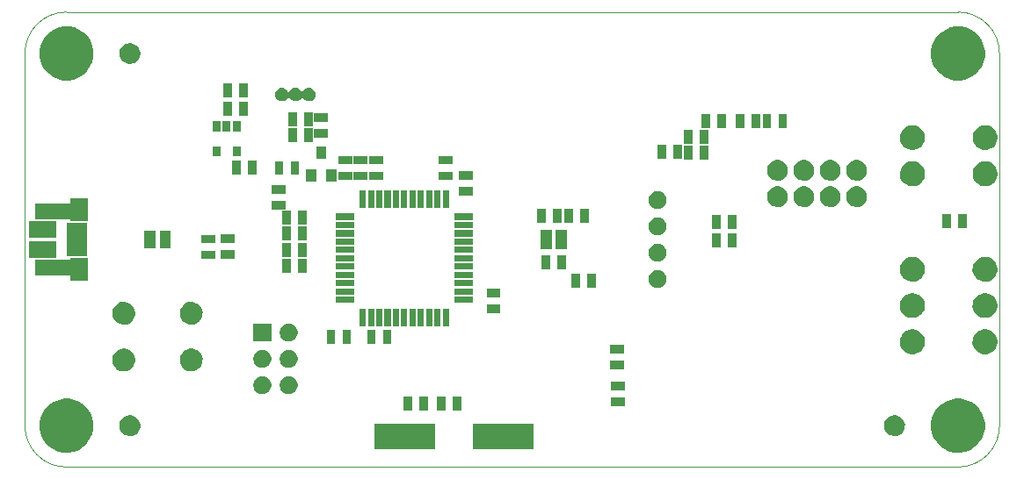
<source format=gts>
G04 #@! TF.FileFunction,Soldermask,Top*
%FSLAX46Y46*%
G04 Gerber Fmt 4.6, Leading zero omitted, Abs format (unit mm)*
G04 Created by KiCad (PCBNEW (2015-01-16 BZR 5376)-product) date 23/06/2015 13:59:23*
%MOMM*%
G01*
G04 APERTURE LIST*
%ADD10C,0.150000*%
%ADD11C,0.100000*%
G04 APERTURE END LIST*
D10*
D11*
X79767400Y39916100D02*
X-6110000Y39916100D01*
X83767900Y35915600D02*
G75*
G03X79767400Y39916100I-4000500J0D01*
G01*
X83767900Y0D02*
X83767900Y35915600D01*
X79767400Y-4000500D02*
G75*
G03X83767900Y0I0J4000500D01*
G01*
X-6110000Y-4000500D02*
X79767400Y-4000500D01*
X-10110500Y0D02*
G75*
G03X-6110000Y-4000500I4000500J0D01*
G01*
X-10110500Y35915600D02*
X-10110500Y0D01*
X-6110000Y39916100D02*
G75*
G03X-10110500Y35915600I0J-4000500D01*
G01*
D10*
G36*
X-7053962Y18105278D02*
X-9753962Y18105278D01*
X-9753962Y19730278D01*
X-7053962Y19730278D01*
X-7053962Y18105278D01*
X-7053962Y18105278D01*
G37*
G36*
X-7053962Y16180278D02*
X-9753962Y16180278D01*
X-9753962Y17805278D01*
X-7053962Y17805278D01*
X-7053962Y16180278D01*
X-7053962Y16180278D01*
G37*
G36*
X-4103962Y16355278D02*
X-6053962Y16355278D01*
X-6053962Y16955278D01*
X-6053962Y17005278D01*
X-6053962Y17605278D01*
X-6053962Y17655278D01*
X-6053962Y18255278D01*
X-6053962Y18305278D01*
X-6053962Y18905278D01*
X-6053962Y18955278D01*
X-6053962Y19555278D01*
X-4103962Y19555278D01*
X-4103962Y18955278D01*
X-4103962Y18905278D01*
X-4103962Y18305278D01*
X-4103962Y18255278D01*
X-4103962Y17655278D01*
X-4103962Y17605278D01*
X-4103962Y17005278D01*
X-4103962Y16955278D01*
X-4103962Y16355278D01*
X-4103962Y16355278D01*
G37*
G36*
X-4043962Y19755278D02*
X-5703962Y19755278D01*
X-5703962Y19880278D01*
X-5707903Y19899735D01*
X-5719106Y19916125D01*
X-5735803Y19926864D01*
X-5753962Y19930278D01*
X-9103962Y19930278D01*
X-9103962Y21430278D01*
X-5753962Y21430278D01*
X-5734505Y21434219D01*
X-5718115Y21445422D01*
X-5707376Y21462119D01*
X-5703962Y21480278D01*
X-5703962Y21955278D01*
X-4043962Y21955278D01*
X-4043962Y19755278D01*
X-4043962Y19755278D01*
G37*
G36*
X-4043962Y13955278D02*
X-5703962Y13955278D01*
X-5703962Y14430278D01*
X-5707903Y14449735D01*
X-5719106Y14466125D01*
X-5735803Y14476864D01*
X-5753962Y14480278D01*
X-9103962Y14480278D01*
X-9103962Y15980278D01*
X-5753962Y15980278D01*
X-5734505Y15984219D01*
X-5718115Y15995422D01*
X-5707376Y16012119D01*
X-5703962Y16030278D01*
X-5703962Y16155278D01*
X-4043962Y16155278D01*
X-4043962Y13955278D01*
X-4043962Y13955278D01*
G37*
G36*
X-3509889Y36170543D02*
X-3518021Y35588157D01*
X-3518097Y35587824D01*
X-3518097Y35587811D01*
X-3630982Y35090943D01*
X-3838373Y34625137D01*
X-4132287Y34208486D01*
X-4501537Y33856855D01*
X-4932044Y33583647D01*
X-5407425Y33399258D01*
X-5909563Y33310718D01*
X-6419338Y33321396D01*
X-6917336Y33430888D01*
X-7384573Y33635019D01*
X-7803266Y33926018D01*
X-8157465Y34292802D01*
X-8433672Y34721392D01*
X-8621375Y35195473D01*
X-8713420Y35696988D01*
X-8706300Y36206823D01*
X-8600290Y36705564D01*
X-8399423Y37174221D01*
X-8111354Y37594935D01*
X-7747052Y37951686D01*
X-7320399Y38230880D01*
X-6847640Y38421887D01*
X-6346788Y38517430D01*
X-5836911Y38513870D01*
X-5337437Y38411342D01*
X-4867394Y38213755D01*
X-4444678Y37928630D01*
X-4085393Y37566827D01*
X-3803226Y37142132D01*
X-3608925Y36670721D01*
X-3509955Y36170887D01*
X-3509956Y36170878D01*
X-3509889Y36170543D01*
X-3509889Y36170543D01*
G37*
G36*
X-3509889Y254943D02*
X-3518021Y-327443D01*
X-3518097Y-327776D01*
X-3518097Y-327789D01*
X-3630982Y-824657D01*
X-3838373Y-1290463D01*
X-4132287Y-1707114D01*
X-4501537Y-2058745D01*
X-4932044Y-2331953D01*
X-5407425Y-2516342D01*
X-5909563Y-2604882D01*
X-6419338Y-2594204D01*
X-6917336Y-2484712D01*
X-7384573Y-2280581D01*
X-7803266Y-1989582D01*
X-8157465Y-1622798D01*
X-8433672Y-1194208D01*
X-8621375Y-720127D01*
X-8713420Y-218612D01*
X-8706300Y291223D01*
X-8600290Y789964D01*
X-8399423Y1258621D01*
X-8111354Y1679335D01*
X-7747052Y2036086D01*
X-7320399Y2315280D01*
X-6847640Y2506287D01*
X-6346788Y2601830D01*
X-5836911Y2598270D01*
X-5337437Y2495742D01*
X-4867394Y2298155D01*
X-4444678Y2013030D01*
X-4085393Y1651227D01*
X-3803226Y1226532D01*
X-3608925Y755121D01*
X-3509955Y255287D01*
X-3509956Y255278D01*
X-3509889Y254943D01*
X-3509889Y254943D01*
G37*
G36*
X506773Y10956859D02*
X503332Y10710464D01*
X503256Y10710131D01*
X503256Y10710118D01*
X455543Y10500105D01*
X367800Y10303033D01*
X243452Y10126758D01*
X87228Y9977988D01*
X-94907Y9862402D01*
X-296031Y9784390D01*
X-508472Y9746932D01*
X-724146Y9751449D01*
X-934840Y9797773D01*
X-1132518Y9884137D01*
X-1309656Y10007251D01*
X-1459511Y10162431D01*
X-1576367Y10343754D01*
X-1655779Y10544327D01*
X-1694722Y10756510D01*
X-1691709Y10972209D01*
X-1646860Y11183212D01*
X-1561876Y11381492D01*
X-1440001Y11559486D01*
X-1285873Y11710421D01*
X-1105366Y11828541D01*
X-905353Y11909352D01*
X-693456Y11949773D01*
X-477737Y11948267D01*
X-266419Y11904889D01*
X-67557Y11821295D01*
X111285Y11700665D01*
X263294Y11547591D01*
X382668Y11367917D01*
X464874Y11168474D01*
X506707Y10957202D01*
X506706Y10957193D01*
X506773Y10956859D01*
X506773Y10956859D01*
G37*
G36*
X506773Y6456859D02*
X503332Y6210464D01*
X503256Y6210131D01*
X503256Y6210118D01*
X455543Y6000105D01*
X367800Y5803033D01*
X243452Y5626758D01*
X87228Y5477988D01*
X-94907Y5362402D01*
X-296031Y5284390D01*
X-508472Y5246932D01*
X-724146Y5251449D01*
X-934840Y5297773D01*
X-1132518Y5384137D01*
X-1309656Y5507251D01*
X-1459511Y5662431D01*
X-1576367Y5843754D01*
X-1655779Y6044327D01*
X-1694722Y6256510D01*
X-1691709Y6472209D01*
X-1646860Y6683212D01*
X-1561876Y6881492D01*
X-1440001Y7059486D01*
X-1285873Y7210421D01*
X-1105366Y7328541D01*
X-905353Y7409352D01*
X-693456Y7449773D01*
X-477737Y7448267D01*
X-266419Y7404889D01*
X-67557Y7321295D01*
X111285Y7200665D01*
X263294Y7047591D01*
X382668Y6867917D01*
X464874Y6668474D01*
X506707Y6457202D01*
X506706Y6457193D01*
X506773Y6456859D01*
X506773Y6456859D01*
G37*
G36*
X1000043Y36013655D02*
X996916Y35789660D01*
X996839Y35789322D01*
X996839Y35789314D01*
X953471Y35598425D01*
X873705Y35419267D01*
X760661Y35259017D01*
X618639Y35123772D01*
X453061Y35018694D01*
X270221Y34947773D01*
X77093Y34913721D01*
X-118975Y34917827D01*
X-310515Y34959940D01*
X-490221Y35038453D01*
X-651258Y35150375D01*
X-787489Y35291447D01*
X-893721Y35456287D01*
X-965915Y35638626D01*
X-1001318Y35831520D01*
X-998579Y36027610D01*
X-957806Y36219432D01*
X-880549Y36399686D01*
X-769753Y36561499D01*
X-629636Y36698713D01*
X-465539Y36806095D01*
X-283708Y36879559D01*
X-91075Y36916306D01*
X105034Y36914936D01*
X297141Y36875502D01*
X477925Y36799507D01*
X640509Y36689844D01*
X778697Y36550687D01*
X887223Y36387344D01*
X961954Y36206033D01*
X999978Y36013999D01*
X999977Y36013985D01*
X1000043Y36013655D01*
X1000043Y36013655D01*
G37*
G36*
X1000043Y98055D02*
X996916Y-125940D01*
X996839Y-126278D01*
X996839Y-126286D01*
X953471Y-317175D01*
X873705Y-496333D01*
X760661Y-656583D01*
X618639Y-791828D01*
X453061Y-896906D01*
X270221Y-967827D01*
X77093Y-1001879D01*
X-118975Y-997773D01*
X-310515Y-955660D01*
X-490221Y-877147D01*
X-651258Y-765225D01*
X-787489Y-624153D01*
X-893721Y-459313D01*
X-965915Y-276974D01*
X-1001318Y-84080D01*
X-998579Y112010D01*
X-957806Y303832D01*
X-880549Y484086D01*
X-769753Y645899D01*
X-629636Y783113D01*
X-465539Y890495D01*
X-283708Y963959D01*
X-91075Y1000706D01*
X105034Y999336D01*
X297141Y959902D01*
X477925Y883907D01*
X640509Y774244D01*
X778697Y635087D01*
X887223Y471744D01*
X961954Y290433D01*
X999978Y98399D01*
X999977Y98385D01*
X1000043Y98055D01*
X1000043Y98055D01*
G37*
G36*
X2456726Y17107628D02*
X1406726Y17107628D01*
X1406726Y17957628D01*
X1406726Y18807628D01*
X2456726Y18807628D01*
X2456726Y17957628D01*
X2456726Y17107628D01*
X2456726Y17107628D01*
G37*
G36*
X3906726Y17107628D02*
X2856726Y17107628D01*
X2856726Y17957628D01*
X2856726Y18807628D01*
X3906726Y18807628D01*
X3906726Y17957628D01*
X3906726Y17107628D01*
X3906726Y17107628D01*
G37*
G36*
X7006773Y10956859D02*
X7003332Y10710464D01*
X7003256Y10710131D01*
X7003256Y10710118D01*
X6955543Y10500105D01*
X6867800Y10303033D01*
X6743452Y10126758D01*
X6587228Y9977988D01*
X6405093Y9862402D01*
X6203969Y9784390D01*
X5991528Y9746932D01*
X5775854Y9751449D01*
X5565160Y9797773D01*
X5367482Y9884137D01*
X5190344Y10007251D01*
X5040489Y10162431D01*
X4923633Y10343754D01*
X4844221Y10544327D01*
X4805278Y10756510D01*
X4808291Y10972209D01*
X4853140Y11183212D01*
X4938124Y11381492D01*
X5059999Y11559486D01*
X5214127Y11710421D01*
X5394634Y11828541D01*
X5594647Y11909352D01*
X5806544Y11949773D01*
X6022263Y11948267D01*
X6233581Y11904889D01*
X6432443Y11821295D01*
X6611285Y11700665D01*
X6763294Y11547591D01*
X6882668Y11367917D01*
X6964874Y11168474D01*
X7006707Y10957202D01*
X7006706Y10957193D01*
X7006773Y10956859D01*
X7006773Y10956859D01*
G37*
G36*
X7006773Y6456859D02*
X7003332Y6210464D01*
X7003256Y6210131D01*
X7003256Y6210118D01*
X6955543Y6000105D01*
X6867800Y5803033D01*
X6743452Y5626758D01*
X6587228Y5477988D01*
X6405093Y5362402D01*
X6203969Y5284390D01*
X5991528Y5246932D01*
X5775854Y5251449D01*
X5565160Y5297773D01*
X5367482Y5384137D01*
X5190344Y5507251D01*
X5040489Y5662431D01*
X4923633Y5843754D01*
X4844221Y6044327D01*
X4805278Y6256510D01*
X4808291Y6472209D01*
X4853140Y6683212D01*
X4938124Y6881492D01*
X5059999Y7059486D01*
X5214127Y7210421D01*
X5394634Y7328541D01*
X5594647Y7409352D01*
X5806544Y7449773D01*
X6022263Y7448267D01*
X6233581Y7404889D01*
X6432443Y7321295D01*
X6611285Y7200665D01*
X6763294Y7047591D01*
X6882668Y6867917D01*
X6964874Y6668474D01*
X7006707Y6457202D01*
X7006706Y6457193D01*
X7006773Y6456859D01*
X7006773Y6456859D01*
G37*
G36*
X8262938Y17589658D02*
X6919938Y17589658D01*
X6919938Y18424658D01*
X8262938Y18424658D01*
X8262938Y17589658D01*
X8262938Y17589658D01*
G37*
G36*
X8262938Y16065658D02*
X6919938Y16065658D01*
X6919938Y16900658D01*
X8262938Y16900658D01*
X8262938Y16065658D01*
X8262938Y16065658D01*
G37*
G36*
X8750000Y28375000D02*
X8000000Y28375000D01*
X8000000Y29375000D01*
X8750000Y29375000D01*
X8750000Y28375000D01*
X8750000Y28375000D01*
G37*
G36*
X8750000Y25975000D02*
X8000000Y25975000D01*
X8000000Y26975000D01*
X8750000Y26975000D01*
X8750000Y25975000D01*
X8750000Y25975000D01*
G37*
G36*
X9700000Y28375000D02*
X8950000Y28375000D01*
X8950000Y29375000D01*
X9700000Y29375000D01*
X9700000Y28375000D01*
X9700000Y28375000D01*
G37*
G36*
X9830500Y31678500D02*
X8995500Y31678500D01*
X8995500Y33021500D01*
X9830500Y33021500D01*
X9830500Y31678500D01*
X9830500Y31678500D01*
G37*
G36*
X9830500Y29878500D02*
X8995500Y29878500D01*
X8995500Y31221500D01*
X9830500Y31221500D01*
X9830500Y29878500D01*
X9830500Y29878500D01*
G37*
G36*
X10094278Y17625218D02*
X8751278Y17625218D01*
X8751278Y18460218D01*
X10094278Y18460218D01*
X10094278Y17625218D01*
X10094278Y17625218D01*
G37*
G36*
X10094278Y16101218D02*
X8751278Y16101218D01*
X8751278Y16936218D01*
X10094278Y16936218D01*
X10094278Y16101218D01*
X10094278Y16101218D01*
G37*
G36*
X10650000Y28375000D02*
X9900000Y28375000D01*
X9900000Y29375000D01*
X10650000Y29375000D01*
X10650000Y28375000D01*
X10650000Y28375000D01*
G37*
G36*
X10650000Y25975000D02*
X9900000Y25975000D01*
X9900000Y26975000D01*
X10650000Y26975000D01*
X10650000Y25975000D01*
X10650000Y25975000D01*
G37*
G36*
X10680500Y24203500D02*
X9845500Y24203500D01*
X9845500Y25546500D01*
X10680500Y25546500D01*
X10680500Y24203500D01*
X10680500Y24203500D01*
G37*
G36*
X11354500Y31678500D02*
X10519500Y31678500D01*
X10519500Y33021500D01*
X11354500Y33021500D01*
X11354500Y31678500D01*
X11354500Y31678500D01*
G37*
G36*
X11354500Y29878500D02*
X10519500Y29878500D01*
X10519500Y31221500D01*
X11354500Y31221500D01*
X11354500Y29878500D01*
X11354500Y29878500D01*
G37*
G36*
X12204500Y24203500D02*
X11369500Y24203500D01*
X11369500Y25546500D01*
X12204500Y25546500D01*
X12204500Y24203500D01*
X12204500Y24203500D01*
G37*
G36*
X13620718Y8135818D02*
X11896718Y8135818D01*
X11896718Y9859818D01*
X13620718Y9859818D01*
X13620718Y8135818D01*
X13620718Y8135818D01*
G37*
G36*
X13620755Y6542341D02*
X13618059Y6349258D01*
X13617983Y6348925D01*
X13617983Y6348913D01*
X13580609Y6184412D01*
X13511851Y6029979D01*
X13414408Y5891844D01*
X13291984Y5775262D01*
X13149257Y5684684D01*
X12991649Y5623551D01*
X12825172Y5594198D01*
X12656162Y5597737D01*
X12491054Y5634039D01*
X12336149Y5701715D01*
X12197331Y5798196D01*
X12079902Y5919798D01*
X11988330Y6061890D01*
X11926099Y6219066D01*
X11895582Y6385342D01*
X11897943Y6554371D01*
X11933089Y6719721D01*
X11999685Y6875100D01*
X12095191Y7014583D01*
X12215972Y7132861D01*
X12357423Y7225424D01*
X12514162Y7288751D01*
X12680211Y7320426D01*
X12849257Y7319246D01*
X13014854Y7285254D01*
X13170689Y7219746D01*
X13310837Y7125216D01*
X13429955Y7005263D01*
X13523506Y6864459D01*
X13587921Y6708173D01*
X13620689Y6542685D01*
X13620688Y6542676D01*
X13620755Y6542341D01*
X13620755Y6542341D01*
G37*
G36*
X13620755Y4002341D02*
X13618059Y3809258D01*
X13617983Y3808925D01*
X13617983Y3808913D01*
X13580609Y3644412D01*
X13511851Y3489979D01*
X13414408Y3351844D01*
X13291984Y3235262D01*
X13149257Y3144684D01*
X12991649Y3083551D01*
X12825172Y3054198D01*
X12656162Y3057737D01*
X12491054Y3094039D01*
X12336149Y3161715D01*
X12197331Y3258196D01*
X12079902Y3379798D01*
X11988330Y3521890D01*
X11926099Y3679066D01*
X11895582Y3845342D01*
X11897943Y4014371D01*
X11933089Y4179721D01*
X11999685Y4335100D01*
X12095191Y4474583D01*
X12215972Y4592861D01*
X12357423Y4685424D01*
X12514162Y4748751D01*
X12680211Y4780426D01*
X12849257Y4779246D01*
X13014854Y4745254D01*
X13170689Y4679746D01*
X13310837Y4585216D01*
X13429955Y4465263D01*
X13523506Y4324459D01*
X13587921Y4168173D01*
X13620689Y4002685D01*
X13620688Y4002676D01*
X13620755Y4002341D01*
X13620755Y4002341D01*
G37*
G36*
X14784218Y24186318D02*
X13949218Y24186318D01*
X13949218Y25529318D01*
X14784218Y25529318D01*
X14784218Y24186318D01*
X14784218Y24186318D01*
G37*
G36*
X15000218Y22402318D02*
X13657218Y22402318D01*
X13657218Y23237318D01*
X15000218Y23237318D01*
X15000218Y22402318D01*
X15000218Y22402318D01*
G37*
G36*
X15000218Y20878318D02*
X13657218Y20878318D01*
X13657218Y21713318D01*
X15000218Y21713318D01*
X15000218Y20878318D01*
X15000218Y20878318D01*
G37*
G36*
X15484218Y19386318D02*
X14649218Y19386318D01*
X14649218Y20729318D01*
X15484218Y20729318D01*
X15484218Y19386318D01*
X15484218Y19386318D01*
G37*
G36*
X15484218Y17886318D02*
X14649218Y17886318D01*
X14649218Y19229318D01*
X15484218Y19229318D01*
X15484218Y17886318D01*
X15484218Y17886318D01*
G37*
G36*
X15484218Y16286318D02*
X14649218Y16286318D01*
X14649218Y17629318D01*
X15484218Y17629318D01*
X15484218Y16286318D01*
X15484218Y16286318D01*
G37*
G36*
X15484218Y14786318D02*
X14649218Y14786318D01*
X14649218Y16129318D01*
X15484218Y16129318D01*
X15484218Y14786318D01*
X15484218Y14786318D01*
G37*
G36*
X16084218Y28886318D02*
X15249218Y28886318D01*
X15249218Y30229318D01*
X16084218Y30229318D01*
X16084218Y28886318D01*
X16084218Y28886318D01*
G37*
G36*
X16084218Y27386318D02*
X15249218Y27386318D01*
X15249218Y28729318D01*
X16084218Y28729318D01*
X16084218Y27386318D01*
X16084218Y27386318D01*
G37*
G36*
X16160755Y9082341D02*
X16158059Y8889258D01*
X16157983Y8888925D01*
X16157983Y8888913D01*
X16120609Y8724412D01*
X16051851Y8569979D01*
X15954408Y8431844D01*
X15831984Y8315262D01*
X15689257Y8224684D01*
X15531649Y8163551D01*
X15365172Y8134198D01*
X15196162Y8137737D01*
X15031054Y8174039D01*
X14876149Y8241715D01*
X14737331Y8338196D01*
X14619902Y8459798D01*
X14528330Y8601890D01*
X14466099Y8759066D01*
X14435582Y8925342D01*
X14437943Y9094371D01*
X14473089Y9259721D01*
X14539685Y9415100D01*
X14635191Y9554583D01*
X14755972Y9672861D01*
X14897423Y9765424D01*
X15054162Y9828751D01*
X15220211Y9860426D01*
X15389257Y9859246D01*
X15554854Y9825254D01*
X15710689Y9759746D01*
X15850837Y9665216D01*
X15969955Y9545263D01*
X16063506Y9404459D01*
X16127921Y9248173D01*
X16160689Y9082685D01*
X16160688Y9082676D01*
X16160755Y9082341D01*
X16160755Y9082341D01*
G37*
G36*
X16160755Y6542341D02*
X16158059Y6349258D01*
X16157983Y6348925D01*
X16157983Y6348913D01*
X16120609Y6184412D01*
X16051851Y6029979D01*
X15954408Y5891844D01*
X15831984Y5775262D01*
X15689257Y5684684D01*
X15531649Y5623551D01*
X15365172Y5594198D01*
X15196162Y5597737D01*
X15031054Y5634039D01*
X14876149Y5701715D01*
X14737331Y5798196D01*
X14619902Y5919798D01*
X14528330Y6061890D01*
X14466099Y6219066D01*
X14435582Y6385342D01*
X14437943Y6554371D01*
X14473089Y6719721D01*
X14539685Y6875100D01*
X14635191Y7014583D01*
X14755972Y7132861D01*
X14897423Y7225424D01*
X15054162Y7288751D01*
X15220211Y7320426D01*
X15389257Y7319246D01*
X15554854Y7285254D01*
X15710689Y7219746D01*
X15850837Y7125216D01*
X15969955Y7005263D01*
X16063506Y6864459D01*
X16127921Y6708173D01*
X16160689Y6542685D01*
X16160688Y6542676D01*
X16160755Y6542341D01*
X16160755Y6542341D01*
G37*
G36*
X16160755Y4002341D02*
X16158059Y3809258D01*
X16157983Y3808925D01*
X16157983Y3808913D01*
X16120609Y3644412D01*
X16051851Y3489979D01*
X15954408Y3351844D01*
X15831984Y3235262D01*
X15689257Y3144684D01*
X15531649Y3083551D01*
X15365172Y3054198D01*
X15196162Y3057737D01*
X15031054Y3094039D01*
X14876149Y3161715D01*
X14737331Y3258196D01*
X14619902Y3379798D01*
X14528330Y3521890D01*
X14466099Y3679066D01*
X14435582Y3845342D01*
X14437943Y4014371D01*
X14473089Y4179721D01*
X14539685Y4335100D01*
X14635191Y4474583D01*
X14755972Y4592861D01*
X14897423Y4685424D01*
X15054162Y4748751D01*
X15220211Y4780426D01*
X15389257Y4779246D01*
X15554854Y4745254D01*
X15710689Y4679746D01*
X15850837Y4585216D01*
X15969955Y4465263D01*
X16063506Y4324459D01*
X16127921Y4168173D01*
X16160689Y4002685D01*
X16160688Y4002676D01*
X16160755Y4002341D01*
X16160755Y4002341D01*
G37*
G36*
X16308218Y24186318D02*
X15473218Y24186318D01*
X15473218Y25529318D01*
X16308218Y25529318D01*
X16308218Y24186318D01*
X16308218Y24186318D01*
G37*
G36*
X17008218Y19386318D02*
X16173218Y19386318D01*
X16173218Y20729318D01*
X17008218Y20729318D01*
X17008218Y19386318D01*
X17008218Y19386318D01*
G37*
G36*
X17008218Y17886318D02*
X16173218Y17886318D01*
X16173218Y19229318D01*
X17008218Y19229318D01*
X17008218Y17886318D01*
X17008218Y17886318D01*
G37*
G36*
X17008218Y16286318D02*
X16173218Y16286318D01*
X16173218Y17629318D01*
X17008218Y17629318D01*
X17008218Y16286318D01*
X17008218Y16286318D01*
G37*
G36*
X17008218Y14786318D02*
X16173218Y14786318D01*
X16173218Y16129318D01*
X17008218Y16129318D01*
X17008218Y14786318D01*
X17008218Y14786318D01*
G37*
G36*
X17608218Y28886318D02*
X16773218Y28886318D01*
X16773218Y30229318D01*
X17608218Y30229318D01*
X17608218Y28886318D01*
X17608218Y28886318D01*
G37*
G36*
X17608218Y27386318D02*
X16773218Y27386318D01*
X16773218Y28729318D01*
X17608218Y28729318D01*
X17608218Y27386318D01*
X17608218Y27386318D01*
G37*
G36*
X17878746Y32021554D02*
X17876713Y31875957D01*
X17876637Y31875624D01*
X17876637Y31875612D01*
X17848474Y31751654D01*
X17796626Y31635202D01*
X17723148Y31531039D01*
X17630835Y31443131D01*
X17523204Y31374827D01*
X17404362Y31328730D01*
X17278829Y31306596D01*
X17151385Y31309265D01*
X17026882Y31336639D01*
X16910073Y31387672D01*
X16805401Y31460421D01*
X16716849Y31552119D01*
X16647799Y31659263D01*
X16625472Y31715655D01*
X16614645Y31732295D01*
X16598195Y31743411D01*
X16578717Y31747248D01*
X16559281Y31743204D01*
X16542951Y31731914D01*
X16533306Y31717586D01*
X16496626Y31635202D01*
X16423148Y31531039D01*
X16330835Y31443131D01*
X16223204Y31374827D01*
X16104362Y31328730D01*
X15978829Y31306596D01*
X15851385Y31309265D01*
X15726882Y31336639D01*
X15610073Y31387672D01*
X15505401Y31460421D01*
X15416849Y31552119D01*
X15347799Y31659263D01*
X15325472Y31715655D01*
X15314645Y31732295D01*
X15298195Y31743411D01*
X15278717Y31747248D01*
X15259281Y31743204D01*
X15242951Y31731914D01*
X15233306Y31717586D01*
X15196626Y31635202D01*
X15123148Y31531039D01*
X15030835Y31443131D01*
X14923204Y31374827D01*
X14804362Y31328730D01*
X14678829Y31306596D01*
X14551385Y31309265D01*
X14426882Y31336639D01*
X14310073Y31387672D01*
X14205401Y31460421D01*
X14116849Y31552119D01*
X14047799Y31659263D01*
X14000873Y31777784D01*
X13977861Y31903167D01*
X13979642Y32030626D01*
X14006143Y32155307D01*
X14056361Y32272474D01*
X14128378Y32377652D01*
X14219455Y32466842D01*
X14326118Y32536640D01*
X14444308Y32584392D01*
X14569518Y32608277D01*
X14696990Y32607387D01*
X14821860Y32581755D01*
X14939369Y32532358D01*
X15045049Y32461077D01*
X15134872Y32370624D01*
X15205414Y32264451D01*
X15232400Y32198977D01*
X15243458Y32182490D01*
X15260061Y32171606D01*
X15279591Y32168040D01*
X15298969Y32172356D01*
X15315140Y32183872D01*
X15324584Y32198334D01*
X15356361Y32272474D01*
X15428378Y32377652D01*
X15519455Y32466842D01*
X15626118Y32536640D01*
X15744308Y32584392D01*
X15869518Y32608277D01*
X15996990Y32607387D01*
X16121860Y32581755D01*
X16239369Y32532358D01*
X16345049Y32461077D01*
X16434872Y32370624D01*
X16505414Y32264451D01*
X16532400Y32198977D01*
X16543458Y32182490D01*
X16560061Y32171606D01*
X16579591Y32168040D01*
X16598969Y32172356D01*
X16615140Y32183872D01*
X16624584Y32198334D01*
X16656361Y32272474D01*
X16728378Y32377652D01*
X16819455Y32466842D01*
X16926118Y32536640D01*
X17044308Y32584392D01*
X17169518Y32608277D01*
X17296990Y32607387D01*
X17421860Y32581755D01*
X17539369Y32532358D01*
X17645049Y32461077D01*
X17734872Y32370624D01*
X17805415Y32264449D01*
X17853987Y32146602D01*
X17878680Y32021898D01*
X17878679Y32021889D01*
X17878746Y32021554D01*
X17878746Y32021554D01*
G37*
G36*
X17976268Y23557618D02*
X16976168Y23557618D01*
X16976168Y24758378D01*
X17976268Y24758378D01*
X17976268Y23557618D01*
X17976268Y23557618D01*
G37*
G36*
X18928768Y25757258D02*
X17928668Y25757258D01*
X17928668Y26958018D01*
X18928768Y26958018D01*
X18928768Y25757258D01*
X18928768Y25757258D01*
G37*
G36*
X19100218Y29302318D02*
X17757218Y29302318D01*
X17757218Y30137318D01*
X19100218Y30137318D01*
X19100218Y29302318D01*
X19100218Y29302318D01*
G37*
G36*
X19100218Y27778318D02*
X17757218Y27778318D01*
X17757218Y28613318D01*
X19100218Y28613318D01*
X19100218Y27778318D01*
X19100218Y27778318D01*
G37*
G36*
X19784218Y7886318D02*
X18949218Y7886318D01*
X18949218Y9229318D01*
X19784218Y9229318D01*
X19784218Y7886318D01*
X19784218Y7886318D01*
G37*
G36*
X19881268Y23557618D02*
X18881168Y23557618D01*
X18881168Y24758378D01*
X19881268Y24758378D01*
X19881268Y23557618D01*
X19881268Y23557618D01*
G37*
G36*
X21308218Y7886318D02*
X20473218Y7886318D01*
X20473218Y9229318D01*
X21308218Y9229318D01*
X21308218Y7886318D01*
X21308218Y7886318D01*
G37*
G36*
X21400218Y25202318D02*
X20057218Y25202318D01*
X20057218Y26037318D01*
X21400218Y26037318D01*
X21400218Y25202318D01*
X21400218Y25202318D01*
G37*
G36*
X21400218Y23678318D02*
X20057218Y23678318D01*
X20057218Y24513318D01*
X21400218Y24513318D01*
X21400218Y23678318D01*
X21400218Y23678318D01*
G37*
G36*
X21575718Y19855118D02*
X19851718Y19855118D01*
X19851718Y20461518D01*
X21575718Y20461518D01*
X21575718Y19855118D01*
X21575718Y19855118D01*
G37*
G36*
X21575718Y19055018D02*
X19851718Y19055018D01*
X19851718Y19661418D01*
X21575718Y19661418D01*
X21575718Y19055018D01*
X21575718Y19055018D01*
G37*
G36*
X21575718Y18254918D02*
X19851718Y18254918D01*
X19851718Y18861318D01*
X21575718Y18861318D01*
X21575718Y18254918D01*
X21575718Y18254918D01*
G37*
G36*
X21575718Y17454818D02*
X19851718Y17454818D01*
X19851718Y18061218D01*
X21575718Y18061218D01*
X21575718Y17454818D01*
X21575718Y17454818D01*
G37*
G36*
X21575718Y16654718D02*
X19851718Y16654718D01*
X19851718Y17261118D01*
X21575718Y17261118D01*
X21575718Y16654718D01*
X21575718Y16654718D01*
G37*
G36*
X21575718Y15854618D02*
X19851718Y15854618D01*
X19851718Y16461018D01*
X21575718Y16461018D01*
X21575718Y15854618D01*
X21575718Y15854618D01*
G37*
G36*
X21575718Y15054518D02*
X19851718Y15054518D01*
X19851718Y15660918D01*
X21575718Y15660918D01*
X21575718Y15054518D01*
X21575718Y15054518D01*
G37*
G36*
X21575718Y14254418D02*
X19851718Y14254418D01*
X19851718Y14860818D01*
X21575718Y14860818D01*
X21575718Y14254418D01*
X21575718Y14254418D01*
G37*
G36*
X21575718Y13454318D02*
X19851718Y13454318D01*
X19851718Y14060718D01*
X21575718Y14060718D01*
X21575718Y13454318D01*
X21575718Y13454318D01*
G37*
G36*
X21575718Y12654218D02*
X19851718Y12654218D01*
X19851718Y13260618D01*
X21575718Y13260618D01*
X21575718Y12654218D01*
X21575718Y12654218D01*
G37*
G36*
X21575718Y11854118D02*
X19851718Y11854118D01*
X19851718Y12460518D01*
X21575718Y12460518D01*
X21575718Y11854118D01*
X21575718Y11854118D01*
G37*
G36*
X22731418Y21010818D02*
X22125018Y21010818D01*
X22125018Y22734818D01*
X22731418Y22734818D01*
X22731418Y21010818D01*
X22731418Y21010818D01*
G37*
G36*
X22731418Y9580818D02*
X22125018Y9580818D01*
X22125018Y11304818D01*
X22731418Y11304818D01*
X22731418Y9580818D01*
X22731418Y9580818D01*
G37*
G36*
X22900218Y25202318D02*
X21557218Y25202318D01*
X21557218Y26037318D01*
X22900218Y26037318D01*
X22900218Y25202318D01*
X22900218Y25202318D01*
G37*
G36*
X22900218Y23678318D02*
X21557218Y23678318D01*
X21557218Y24513318D01*
X22900218Y24513318D01*
X22900218Y23678318D01*
X22900218Y23678318D01*
G37*
G36*
X23531518Y21010818D02*
X22925118Y21010818D01*
X22925118Y22734818D01*
X23531518Y22734818D01*
X23531518Y21010818D01*
X23531518Y21010818D01*
G37*
G36*
X23531518Y9580818D02*
X22925118Y9580818D01*
X22925118Y11304818D01*
X23531518Y11304818D01*
X23531518Y9580818D01*
X23531518Y9580818D01*
G37*
G36*
X23684218Y7886318D02*
X22849218Y7886318D01*
X22849218Y9229318D01*
X23684218Y9229318D01*
X23684218Y7886318D01*
X23684218Y7886318D01*
G37*
G36*
X24331618Y21010818D02*
X23725218Y21010818D01*
X23725218Y22734818D01*
X24331618Y22734818D01*
X24331618Y21010818D01*
X24331618Y21010818D01*
G37*
G36*
X24331618Y9580818D02*
X23725218Y9580818D01*
X23725218Y11304818D01*
X24331618Y11304818D01*
X24331618Y9580818D01*
X24331618Y9580818D01*
G37*
G36*
X24400218Y25202318D02*
X23057218Y25202318D01*
X23057218Y26037318D01*
X24400218Y26037318D01*
X24400218Y25202318D01*
X24400218Y25202318D01*
G37*
G36*
X24400218Y23678318D02*
X23057218Y23678318D01*
X23057218Y24513318D01*
X24400218Y24513318D01*
X24400218Y23678318D01*
X24400218Y23678318D01*
G37*
G36*
X25131718Y21010818D02*
X24525318Y21010818D01*
X24525318Y22734818D01*
X25131718Y22734818D01*
X25131718Y21010818D01*
X25131718Y21010818D01*
G37*
G36*
X25131718Y9580818D02*
X24525318Y9580818D01*
X24525318Y11304818D01*
X25131718Y11304818D01*
X25131718Y9580818D01*
X25131718Y9580818D01*
G37*
G36*
X25208218Y7886318D02*
X24373218Y7886318D01*
X24373218Y9229318D01*
X25208218Y9229318D01*
X25208218Y7886318D01*
X25208218Y7886318D01*
G37*
G36*
X25931818Y21010818D02*
X25325418Y21010818D01*
X25325418Y22734818D01*
X25931818Y22734818D01*
X25931818Y21010818D01*
X25931818Y21010818D01*
G37*
G36*
X25931818Y9580818D02*
X25325418Y9580818D01*
X25325418Y11304818D01*
X25931818Y11304818D01*
X25931818Y9580818D01*
X25931818Y9580818D01*
G37*
G36*
X26731918Y21010818D02*
X26125518Y21010818D01*
X26125518Y22734818D01*
X26731918Y22734818D01*
X26731918Y21010818D01*
X26731918Y21010818D01*
G37*
G36*
X26731918Y9580818D02*
X26125518Y9580818D01*
X26125518Y11304818D01*
X26731918Y11304818D01*
X26731918Y9580818D01*
X26731918Y9580818D01*
G37*
G36*
X27184218Y1486318D02*
X26349218Y1486318D01*
X26349218Y2829318D01*
X27184218Y2829318D01*
X27184218Y1486318D01*
X27184218Y1486318D01*
G37*
G36*
X27532018Y21010818D02*
X26925618Y21010818D01*
X26925618Y22734818D01*
X27532018Y22734818D01*
X27532018Y21010818D01*
X27532018Y21010818D01*
G37*
G36*
X27532018Y9580818D02*
X26925618Y9580818D01*
X26925618Y11304818D01*
X27532018Y11304818D01*
X27532018Y9580818D01*
X27532018Y9580818D01*
G37*
G36*
X28332118Y21010818D02*
X27725718Y21010818D01*
X27725718Y22734818D01*
X28332118Y22734818D01*
X28332118Y21010818D01*
X28332118Y21010818D01*
G37*
G36*
X28332118Y9580818D02*
X27725718Y9580818D01*
X27725718Y11304818D01*
X28332118Y11304818D01*
X28332118Y9580818D01*
X28332118Y9580818D01*
G37*
G36*
X28708218Y1486318D02*
X27873218Y1486318D01*
X27873218Y2829318D01*
X28708218Y2829318D01*
X28708218Y1486318D01*
X28708218Y1486318D01*
G37*
G36*
X29132218Y21010818D02*
X28525818Y21010818D01*
X28525818Y22734818D01*
X29132218Y22734818D01*
X29132218Y21010818D01*
X29132218Y21010818D01*
G37*
G36*
X29132218Y9580818D02*
X28525818Y9580818D01*
X28525818Y11304818D01*
X29132218Y11304818D01*
X29132218Y9580818D01*
X29132218Y9580818D01*
G37*
G36*
X29378718Y-2242182D02*
X23578718Y-2242182D01*
X23578718Y157818D01*
X29378718Y157818D01*
X29378718Y-2242182D01*
X29378718Y-2242182D01*
G37*
G36*
X29932318Y21010818D02*
X29325918Y21010818D01*
X29325918Y22734818D01*
X29932318Y22734818D01*
X29932318Y21010818D01*
X29932318Y21010818D01*
G37*
G36*
X29932318Y9580818D02*
X29325918Y9580818D01*
X29325918Y11304818D01*
X29932318Y11304818D01*
X29932318Y9580818D01*
X29932318Y9580818D01*
G37*
G36*
X30384218Y1486318D02*
X29549218Y1486318D01*
X29549218Y2829318D01*
X30384218Y2829318D01*
X30384218Y1486318D01*
X30384218Y1486318D01*
G37*
G36*
X30732418Y21010818D02*
X30126018Y21010818D01*
X30126018Y22734818D01*
X30732418Y22734818D01*
X30732418Y21010818D01*
X30732418Y21010818D01*
G37*
G36*
X30732418Y9580818D02*
X30126018Y9580818D01*
X30126018Y11304818D01*
X30732418Y11304818D01*
X30732418Y9580818D01*
X30732418Y9580818D01*
G37*
G36*
X31100218Y25202318D02*
X29757218Y25202318D01*
X29757218Y26037318D01*
X31100218Y26037318D01*
X31100218Y25202318D01*
X31100218Y25202318D01*
G37*
G36*
X31100218Y23678318D02*
X29757218Y23678318D01*
X29757218Y24513318D01*
X31100218Y24513318D01*
X31100218Y23678318D01*
X31100218Y23678318D01*
G37*
G36*
X31908218Y1486318D02*
X31073218Y1486318D01*
X31073218Y2829318D01*
X31908218Y2829318D01*
X31908218Y1486318D01*
X31908218Y1486318D01*
G37*
G36*
X33000218Y23702318D02*
X31657218Y23702318D01*
X31657218Y24537318D01*
X33000218Y24537318D01*
X33000218Y23702318D01*
X33000218Y23702318D01*
G37*
G36*
X33000218Y22178318D02*
X31657218Y22178318D01*
X31657218Y23013318D01*
X33000218Y23013318D01*
X33000218Y22178318D01*
X33000218Y22178318D01*
G37*
G36*
X33005718Y19855118D02*
X31281718Y19855118D01*
X31281718Y20461518D01*
X33005718Y20461518D01*
X33005718Y19855118D01*
X33005718Y19855118D01*
G37*
G36*
X33005718Y19055018D02*
X31281718Y19055018D01*
X31281718Y19661418D01*
X33005718Y19661418D01*
X33005718Y19055018D01*
X33005718Y19055018D01*
G37*
G36*
X33005718Y18254918D02*
X31281718Y18254918D01*
X31281718Y18861318D01*
X33005718Y18861318D01*
X33005718Y18254918D01*
X33005718Y18254918D01*
G37*
G36*
X33005718Y17454818D02*
X31281718Y17454818D01*
X31281718Y18061218D01*
X33005718Y18061218D01*
X33005718Y17454818D01*
X33005718Y17454818D01*
G37*
G36*
X33005718Y16654718D02*
X31281718Y16654718D01*
X31281718Y17261118D01*
X33005718Y17261118D01*
X33005718Y16654718D01*
X33005718Y16654718D01*
G37*
G36*
X33005718Y15854618D02*
X31281718Y15854618D01*
X31281718Y16461018D01*
X33005718Y16461018D01*
X33005718Y15854618D01*
X33005718Y15854618D01*
G37*
G36*
X33005718Y15054518D02*
X31281718Y15054518D01*
X31281718Y15660918D01*
X33005718Y15660918D01*
X33005718Y15054518D01*
X33005718Y15054518D01*
G37*
G36*
X33005718Y14254418D02*
X31281718Y14254418D01*
X31281718Y14860818D01*
X33005718Y14860818D01*
X33005718Y14254418D01*
X33005718Y14254418D01*
G37*
G36*
X33005718Y13454318D02*
X31281718Y13454318D01*
X31281718Y14060718D01*
X33005718Y14060718D01*
X33005718Y13454318D01*
X33005718Y13454318D01*
G37*
G36*
X33005718Y12654218D02*
X31281718Y12654218D01*
X31281718Y13260618D01*
X33005718Y13260618D01*
X33005718Y12654218D01*
X33005718Y12654218D01*
G37*
G36*
X33005718Y11854118D02*
X31281718Y11854118D01*
X31281718Y12460518D01*
X33005718Y12460518D01*
X33005718Y11854118D01*
X33005718Y11854118D01*
G37*
G36*
X35700218Y12402318D02*
X34357218Y12402318D01*
X34357218Y13237318D01*
X35700218Y13237318D01*
X35700218Y12402318D01*
X35700218Y12402318D01*
G37*
G36*
X35700218Y10878318D02*
X34357218Y10878318D01*
X34357218Y11713318D01*
X35700218Y11713318D01*
X35700218Y10878318D01*
X35700218Y10878318D01*
G37*
G36*
X38878718Y-2242182D02*
X33078718Y-2242182D01*
X33078718Y157818D01*
X38878718Y157818D01*
X38878718Y-2242182D01*
X38878718Y-2242182D01*
G37*
G36*
X40084218Y19586318D02*
X39249218Y19586318D01*
X39249218Y20929318D01*
X40084218Y20929318D01*
X40084218Y19586318D01*
X40084218Y19586318D01*
G37*
G36*
X40484218Y15086318D02*
X39649218Y15086318D01*
X39649218Y16429318D01*
X40484218Y16429318D01*
X40484218Y15086318D01*
X40484218Y15086318D01*
G37*
G36*
X40678718Y17007818D02*
X39578718Y17007818D01*
X39578718Y17607818D01*
X39578718Y17657818D01*
X39578718Y18257818D01*
X39578718Y18307818D01*
X39578718Y18907818D01*
X40678718Y18907818D01*
X40678718Y18307818D01*
X40678718Y18257818D01*
X40678718Y17657818D01*
X40678718Y17607818D01*
X40678718Y17007818D01*
X40678718Y17007818D01*
G37*
G36*
X41608218Y19586318D02*
X40773218Y19586318D01*
X40773218Y20929318D01*
X41608218Y20929318D01*
X41608218Y19586318D01*
X41608218Y19586318D01*
G37*
G36*
X42008218Y15086318D02*
X41173218Y15086318D01*
X41173218Y16429318D01*
X42008218Y16429318D01*
X42008218Y15086318D01*
X42008218Y15086318D01*
G37*
G36*
X42078718Y17007818D02*
X40978718Y17007818D01*
X40978718Y17607818D01*
X40978718Y17657818D01*
X40978718Y18257818D01*
X40978718Y18307818D01*
X40978718Y18907818D01*
X42078718Y18907818D01*
X42078718Y18307818D01*
X42078718Y18257818D01*
X42078718Y17657818D01*
X42078718Y17607818D01*
X42078718Y17007818D01*
X42078718Y17007818D01*
G37*
G36*
X42684218Y19586318D02*
X41849218Y19586318D01*
X41849218Y20929318D01*
X42684218Y20929318D01*
X42684218Y19586318D01*
X42684218Y19586318D01*
G37*
G36*
X43384218Y13286318D02*
X42549218Y13286318D01*
X42549218Y14629318D01*
X43384218Y14629318D01*
X43384218Y13286318D01*
X43384218Y13286318D01*
G37*
G36*
X44208218Y19586318D02*
X43373218Y19586318D01*
X43373218Y20929318D01*
X44208218Y20929318D01*
X44208218Y19586318D01*
X44208218Y19586318D01*
G37*
G36*
X44908218Y13286318D02*
X44073218Y13286318D01*
X44073218Y14629318D01*
X44908218Y14629318D01*
X44908218Y13286318D01*
X44908218Y13286318D01*
G37*
G36*
X47621500Y6994500D02*
X46278500Y6994500D01*
X46278500Y7829500D01*
X47621500Y7829500D01*
X47621500Y6994500D01*
X47621500Y6994500D01*
G37*
G36*
X47621500Y5470500D02*
X46278500Y5470500D01*
X46278500Y6305500D01*
X47621500Y6305500D01*
X47621500Y5470500D01*
X47621500Y5470500D01*
G37*
G36*
X47671500Y3394500D02*
X46328500Y3394500D01*
X46328500Y4229500D01*
X47671500Y4229500D01*
X47671500Y3394500D01*
X47671500Y3394500D01*
G37*
G36*
X47671500Y1870500D02*
X46328500Y1870500D01*
X46328500Y2705500D01*
X47671500Y2705500D01*
X47671500Y1870500D01*
X47671500Y1870500D01*
G37*
G36*
X51634218Y25736318D02*
X50799218Y25736318D01*
X50799218Y27079318D01*
X51634218Y27079318D01*
X51634218Y25736318D01*
X51634218Y25736318D01*
G37*
G36*
X51678755Y21851165D02*
X51676096Y21660769D01*
X51676020Y21660436D01*
X51676020Y21660423D01*
X51639169Y21498219D01*
X51571367Y21345935D01*
X51475280Y21209723D01*
X51354561Y21094764D01*
X51213820Y21005448D01*
X51058406Y20945165D01*
X50894247Y20916220D01*
X50727590Y20919711D01*
X50564780Y20955507D01*
X50412033Y21022241D01*
X50275147Y21117379D01*
X50159352Y21237288D01*
X50069055Y21377401D01*
X50007690Y21532390D01*
X49977598Y21696351D01*
X49979926Y21863027D01*
X50014582Y22026074D01*
X50080252Y22179291D01*
X50174428Y22316832D01*
X50293528Y22433464D01*
X50433010Y22524739D01*
X50587566Y22587183D01*
X50751304Y22618418D01*
X50917997Y22617254D01*
X51081288Y22583735D01*
X51234954Y22519140D01*
X51373151Y22425926D01*
X51490611Y22307642D01*
X51582858Y22168800D01*
X51646379Y22014686D01*
X51678689Y21851509D01*
X51678688Y21851500D01*
X51678755Y21851165D01*
X51678755Y21851165D01*
G37*
G36*
X51678755Y19311165D02*
X51676096Y19120769D01*
X51676020Y19120436D01*
X51676020Y19120423D01*
X51639169Y18958219D01*
X51571367Y18805935D01*
X51475280Y18669723D01*
X51354561Y18554764D01*
X51213820Y18465448D01*
X51058406Y18405165D01*
X50894247Y18376220D01*
X50727590Y18379711D01*
X50564780Y18415507D01*
X50412033Y18482241D01*
X50275147Y18577379D01*
X50159352Y18697288D01*
X50069055Y18837401D01*
X50007690Y18992390D01*
X49977598Y19156351D01*
X49979926Y19323027D01*
X50014582Y19486074D01*
X50080252Y19639291D01*
X50174428Y19776832D01*
X50293528Y19893464D01*
X50433010Y19984739D01*
X50587566Y20047183D01*
X50751304Y20078418D01*
X50917997Y20077254D01*
X51081288Y20043735D01*
X51234954Y19979140D01*
X51373151Y19885926D01*
X51490611Y19767642D01*
X51582858Y19628800D01*
X51646379Y19474686D01*
X51678689Y19311509D01*
X51678688Y19311500D01*
X51678755Y19311165D01*
X51678755Y19311165D01*
G37*
G36*
X51678755Y16771165D02*
X51676096Y16580769D01*
X51676020Y16580436D01*
X51676020Y16580423D01*
X51639169Y16418219D01*
X51571367Y16265935D01*
X51475280Y16129723D01*
X51354561Y16014764D01*
X51213820Y15925448D01*
X51058406Y15865165D01*
X50894247Y15836220D01*
X50727590Y15839711D01*
X50564780Y15875507D01*
X50412033Y15942241D01*
X50275147Y16037379D01*
X50159352Y16157288D01*
X50069055Y16297401D01*
X50007690Y16452390D01*
X49977598Y16616351D01*
X49979926Y16783027D01*
X50014582Y16946074D01*
X50080252Y17099291D01*
X50174428Y17236832D01*
X50293528Y17353464D01*
X50433010Y17444739D01*
X50587566Y17507183D01*
X50751304Y17538418D01*
X50917997Y17537254D01*
X51081288Y17503735D01*
X51234954Y17439140D01*
X51373151Y17345926D01*
X51490611Y17227642D01*
X51582858Y17088800D01*
X51646379Y16934686D01*
X51678689Y16771509D01*
X51678688Y16771500D01*
X51678755Y16771165D01*
X51678755Y16771165D01*
G37*
G36*
X51678755Y14231165D02*
X51676096Y14040769D01*
X51676020Y14040436D01*
X51676020Y14040423D01*
X51639169Y13878219D01*
X51571367Y13725935D01*
X51475280Y13589723D01*
X51354561Y13474764D01*
X51213820Y13385448D01*
X51058406Y13325165D01*
X50894247Y13296220D01*
X50727590Y13299711D01*
X50564780Y13335507D01*
X50412033Y13402241D01*
X50275147Y13497379D01*
X50159352Y13617288D01*
X50069055Y13757401D01*
X50007690Y13912390D01*
X49977598Y14076351D01*
X49979926Y14243027D01*
X50014582Y14406074D01*
X50080252Y14559291D01*
X50174428Y14696832D01*
X50293528Y14813464D01*
X50433010Y14904739D01*
X50587566Y14967183D01*
X50751304Y14998418D01*
X50917997Y14997254D01*
X51081288Y14963735D01*
X51234954Y14899140D01*
X51373151Y14805926D01*
X51490611Y14687642D01*
X51582858Y14548800D01*
X51646379Y14394686D01*
X51678689Y14231509D01*
X51678688Y14231500D01*
X51678755Y14231165D01*
X51678755Y14231165D01*
G37*
G36*
X53158218Y25736318D02*
X52323218Y25736318D01*
X52323218Y27079318D01*
X53158218Y27079318D01*
X53158218Y25736318D01*
X53158218Y25736318D01*
G37*
G36*
X54184218Y27186318D02*
X53349218Y27186318D01*
X53349218Y28529318D01*
X54184218Y28529318D01*
X54184218Y27186318D01*
X54184218Y27186318D01*
G37*
G36*
X54184218Y25686318D02*
X53349218Y25686318D01*
X53349218Y27029318D01*
X54184218Y27029318D01*
X54184218Y25686318D01*
X54184218Y25686318D01*
G37*
G36*
X55708218Y27186318D02*
X54873218Y27186318D01*
X54873218Y28529318D01*
X55708218Y28529318D01*
X55708218Y27186318D01*
X55708218Y27186318D01*
G37*
G36*
X55708218Y25686318D02*
X54873218Y25686318D01*
X54873218Y27029318D01*
X55708218Y27029318D01*
X55708218Y25686318D01*
X55708218Y25686318D01*
G37*
G36*
X55884218Y28686318D02*
X55049218Y28686318D01*
X55049218Y30029318D01*
X55884218Y30029318D01*
X55884218Y28686318D01*
X55884218Y28686318D01*
G37*
G36*
X56884218Y18986318D02*
X56049218Y18986318D01*
X56049218Y20329318D01*
X56884218Y20329318D01*
X56884218Y18986318D01*
X56884218Y18986318D01*
G37*
G36*
X56884218Y17186318D02*
X56049218Y17186318D01*
X56049218Y18529318D01*
X56884218Y18529318D01*
X56884218Y17186318D01*
X56884218Y17186318D01*
G37*
G36*
X57408218Y28686318D02*
X56573218Y28686318D01*
X56573218Y30029318D01*
X57408218Y30029318D01*
X57408218Y28686318D01*
X57408218Y28686318D01*
G37*
G36*
X58408218Y18986318D02*
X57573218Y18986318D01*
X57573218Y20329318D01*
X58408218Y20329318D01*
X58408218Y18986318D01*
X58408218Y18986318D01*
G37*
G36*
X58408218Y17186318D02*
X57573218Y17186318D01*
X57573218Y18529318D01*
X58408218Y18529318D01*
X58408218Y17186318D01*
X58408218Y17186318D01*
G37*
G36*
X59184218Y28686318D02*
X58349218Y28686318D01*
X58349218Y30029318D01*
X59184218Y30029318D01*
X59184218Y28686318D01*
X59184218Y28686318D01*
G37*
G36*
X60708218Y28686318D02*
X59873218Y28686318D01*
X59873218Y30029318D01*
X60708218Y30029318D01*
X60708218Y28686318D01*
X60708218Y28686318D01*
G37*
G36*
X61784218Y28686318D02*
X60949218Y28686318D01*
X60949218Y30029318D01*
X61784218Y30029318D01*
X61784218Y28686318D01*
X61784218Y28686318D01*
G37*
G36*
X63308218Y28686318D02*
X62473218Y28686318D01*
X62473218Y30029318D01*
X63308218Y30029318D01*
X63308218Y28686318D01*
X63308218Y28686318D01*
G37*
G36*
X63371661Y24732073D02*
X63368534Y24508078D01*
X63368457Y24507740D01*
X63368457Y24507732D01*
X63325089Y24316843D01*
X63245323Y24137685D01*
X63132279Y23977435D01*
X62990257Y23842190D01*
X62824679Y23737112D01*
X62641839Y23666191D01*
X62448711Y23632139D01*
X62252643Y23636245D01*
X62061103Y23678358D01*
X61881397Y23756871D01*
X61720360Y23868793D01*
X61584129Y24009865D01*
X61477897Y24174705D01*
X61405703Y24357044D01*
X61370300Y24549938D01*
X61373039Y24746028D01*
X61413812Y24937850D01*
X61491069Y25118104D01*
X61601865Y25279917D01*
X61741982Y25417131D01*
X61906079Y25524513D01*
X62087910Y25597977D01*
X62280543Y25634724D01*
X62476652Y25633354D01*
X62668759Y25593920D01*
X62849543Y25517925D01*
X63012127Y25408262D01*
X63150315Y25269105D01*
X63258841Y25105762D01*
X63333572Y24924451D01*
X63371596Y24732417D01*
X63371595Y24732403D01*
X63371661Y24732073D01*
X63371661Y24732073D01*
G37*
G36*
X63371661Y22192073D02*
X63368534Y21968078D01*
X63368457Y21967740D01*
X63368457Y21967732D01*
X63325089Y21776843D01*
X63245323Y21597685D01*
X63132279Y21437435D01*
X62990257Y21302190D01*
X62824679Y21197112D01*
X62641839Y21126191D01*
X62448711Y21092139D01*
X62252643Y21096245D01*
X62061103Y21138358D01*
X61881397Y21216871D01*
X61720360Y21328793D01*
X61584129Y21469865D01*
X61477897Y21634705D01*
X61405703Y21817044D01*
X61370300Y22009938D01*
X61373039Y22206028D01*
X61413812Y22397850D01*
X61491069Y22578104D01*
X61601865Y22739917D01*
X61741982Y22877131D01*
X61906079Y22984513D01*
X62087910Y23057977D01*
X62280543Y23094724D01*
X62476652Y23093354D01*
X62668759Y23053920D01*
X62849543Y22977925D01*
X63012127Y22868262D01*
X63150315Y22729105D01*
X63258841Y22565762D01*
X63333572Y22384451D01*
X63371596Y22192417D01*
X63371595Y22192403D01*
X63371661Y22192073D01*
X63371661Y22192073D01*
G37*
G36*
X65911661Y24732073D02*
X65908534Y24508078D01*
X65908457Y24507740D01*
X65908457Y24507732D01*
X65865089Y24316843D01*
X65785323Y24137685D01*
X65672279Y23977435D01*
X65530257Y23842190D01*
X65364679Y23737112D01*
X65181839Y23666191D01*
X64988711Y23632139D01*
X64792643Y23636245D01*
X64601103Y23678358D01*
X64421397Y23756871D01*
X64260360Y23868793D01*
X64124129Y24009865D01*
X64017897Y24174705D01*
X63945703Y24357044D01*
X63910300Y24549938D01*
X63913039Y24746028D01*
X63953812Y24937850D01*
X64031069Y25118104D01*
X64141865Y25279917D01*
X64281982Y25417131D01*
X64446079Y25524513D01*
X64627910Y25597977D01*
X64820543Y25634724D01*
X65016652Y25633354D01*
X65208759Y25593920D01*
X65389543Y25517925D01*
X65552127Y25408262D01*
X65690315Y25269105D01*
X65798841Y25105762D01*
X65873572Y24924451D01*
X65911596Y24732417D01*
X65911595Y24732403D01*
X65911661Y24732073D01*
X65911661Y24732073D01*
G37*
G36*
X65911661Y22192073D02*
X65908534Y21968078D01*
X65908457Y21967740D01*
X65908457Y21967732D01*
X65865089Y21776843D01*
X65785323Y21597685D01*
X65672279Y21437435D01*
X65530257Y21302190D01*
X65364679Y21197112D01*
X65181839Y21126191D01*
X64988711Y21092139D01*
X64792643Y21096245D01*
X64601103Y21138358D01*
X64421397Y21216871D01*
X64260360Y21328793D01*
X64124129Y21469865D01*
X64017897Y21634705D01*
X63945703Y21817044D01*
X63910300Y22009938D01*
X63913039Y22206028D01*
X63953812Y22397850D01*
X64031069Y22578104D01*
X64141865Y22739917D01*
X64281982Y22877131D01*
X64446079Y22984513D01*
X64627910Y23057977D01*
X64820543Y23094724D01*
X65016652Y23093354D01*
X65208759Y23053920D01*
X65389543Y22977925D01*
X65552127Y22868262D01*
X65690315Y22729105D01*
X65798841Y22565762D01*
X65873572Y22384451D01*
X65911596Y22192417D01*
X65911595Y22192403D01*
X65911661Y22192073D01*
X65911661Y22192073D01*
G37*
G36*
X68451661Y24732073D02*
X68448534Y24508078D01*
X68448457Y24507740D01*
X68448457Y24507732D01*
X68405089Y24316843D01*
X68325323Y24137685D01*
X68212279Y23977435D01*
X68070257Y23842190D01*
X67904679Y23737112D01*
X67721839Y23666191D01*
X67528711Y23632139D01*
X67332643Y23636245D01*
X67141103Y23678358D01*
X66961397Y23756871D01*
X66800360Y23868793D01*
X66664129Y24009865D01*
X66557897Y24174705D01*
X66485703Y24357044D01*
X66450300Y24549938D01*
X66453039Y24746028D01*
X66493812Y24937850D01*
X66571069Y25118104D01*
X66681865Y25279917D01*
X66821982Y25417131D01*
X66986079Y25524513D01*
X67167910Y25597977D01*
X67360543Y25634724D01*
X67556652Y25633354D01*
X67748759Y25593920D01*
X67929543Y25517925D01*
X68092127Y25408262D01*
X68230315Y25269105D01*
X68338841Y25105762D01*
X68413572Y24924451D01*
X68451596Y24732417D01*
X68451595Y24732403D01*
X68451661Y24732073D01*
X68451661Y24732073D01*
G37*
G36*
X68451661Y22192073D02*
X68448534Y21968078D01*
X68448457Y21967740D01*
X68448457Y21967732D01*
X68405089Y21776843D01*
X68325323Y21597685D01*
X68212279Y21437435D01*
X68070257Y21302190D01*
X67904679Y21197112D01*
X67721839Y21126191D01*
X67528711Y21092139D01*
X67332643Y21096245D01*
X67141103Y21138358D01*
X66961397Y21216871D01*
X66800360Y21328793D01*
X66664129Y21469865D01*
X66557897Y21634705D01*
X66485703Y21817044D01*
X66450300Y22009938D01*
X66453039Y22206028D01*
X66493812Y22397850D01*
X66571069Y22578104D01*
X66681865Y22739917D01*
X66821982Y22877131D01*
X66986079Y22984513D01*
X67167910Y23057977D01*
X67360543Y23094724D01*
X67556652Y23093354D01*
X67748759Y23053920D01*
X67929543Y22977925D01*
X68092127Y22868262D01*
X68230315Y22729105D01*
X68338841Y22565762D01*
X68413572Y22384451D01*
X68451596Y22192417D01*
X68451595Y22192403D01*
X68451661Y22192073D01*
X68451661Y22192073D01*
G37*
G36*
X70991661Y24732073D02*
X70988534Y24508078D01*
X70988457Y24507740D01*
X70988457Y24507732D01*
X70945089Y24316843D01*
X70865323Y24137685D01*
X70752279Y23977435D01*
X70610257Y23842190D01*
X70444679Y23737112D01*
X70261839Y23666191D01*
X70068711Y23632139D01*
X69872643Y23636245D01*
X69681103Y23678358D01*
X69501397Y23756871D01*
X69340360Y23868793D01*
X69204129Y24009865D01*
X69097897Y24174705D01*
X69025703Y24357044D01*
X68990300Y24549938D01*
X68993039Y24746028D01*
X69033812Y24937850D01*
X69111069Y25118104D01*
X69221865Y25279917D01*
X69361982Y25417131D01*
X69526079Y25524513D01*
X69707910Y25597977D01*
X69900543Y25634724D01*
X70096652Y25633354D01*
X70288759Y25593920D01*
X70469543Y25517925D01*
X70632127Y25408262D01*
X70770315Y25269105D01*
X70878841Y25105762D01*
X70953572Y24924451D01*
X70991596Y24732417D01*
X70991595Y24732403D01*
X70991661Y24732073D01*
X70991661Y24732073D01*
G37*
G36*
X70991661Y22192073D02*
X70988534Y21968078D01*
X70988457Y21967740D01*
X70988457Y21967732D01*
X70945089Y21776843D01*
X70865323Y21597685D01*
X70752279Y21437435D01*
X70610257Y21302190D01*
X70444679Y21197112D01*
X70261839Y21126191D01*
X70068711Y21092139D01*
X69872643Y21096245D01*
X69681103Y21138358D01*
X69501397Y21216871D01*
X69340360Y21328793D01*
X69204129Y21469865D01*
X69097897Y21634705D01*
X69025703Y21817044D01*
X68990300Y22009938D01*
X68993039Y22206028D01*
X69033812Y22397850D01*
X69111069Y22578104D01*
X69221865Y22739917D01*
X69361982Y22877131D01*
X69526079Y22984513D01*
X69707910Y23057977D01*
X69900543Y23094724D01*
X70096652Y23093354D01*
X70288759Y23053920D01*
X70469543Y22977925D01*
X70632127Y22868262D01*
X70770315Y22729105D01*
X70878841Y22565762D01*
X70953572Y22384451D01*
X70991596Y22192417D01*
X70991595Y22192403D01*
X70991661Y22192073D01*
X70991661Y22192073D01*
G37*
G36*
X74656443Y98055D02*
X74653316Y-125940D01*
X74653239Y-126278D01*
X74653239Y-126286D01*
X74609871Y-317175D01*
X74530105Y-496333D01*
X74417061Y-656583D01*
X74275039Y-791828D01*
X74109461Y-896906D01*
X73926621Y-967827D01*
X73733493Y-1001879D01*
X73537425Y-997773D01*
X73345885Y-955660D01*
X73166179Y-877147D01*
X73005142Y-765225D01*
X72868911Y-624153D01*
X72762679Y-459313D01*
X72690485Y-276974D01*
X72655082Y-84080D01*
X72657821Y112010D01*
X72698594Y303832D01*
X72775851Y484086D01*
X72886647Y645899D01*
X73026764Y783113D01*
X73190861Y890495D01*
X73372692Y963959D01*
X73565325Y1000706D01*
X73761434Y999336D01*
X73953541Y959902D01*
X74134325Y883907D01*
X74296909Y774244D01*
X74435097Y635087D01*
X74543623Y471744D01*
X74618354Y290433D01*
X74656378Y98399D01*
X74656377Y98385D01*
X74656443Y98055D01*
X74656443Y98055D01*
G37*
G36*
X76574169Y15208784D02*
X76570416Y14939990D01*
X76570340Y14939657D01*
X76570340Y14939644D01*
X76518282Y14710508D01*
X76422562Y14495519D01*
X76286910Y14303219D01*
X76116484Y14140926D01*
X75917791Y14014831D01*
X75698383Y13929728D01*
X75466629Y13888864D01*
X75231348Y13893792D01*
X75001501Y13944327D01*
X74785855Y14038540D01*
X74592607Y14172851D01*
X74429132Y14342135D01*
X74301653Y14539943D01*
X74215021Y14758750D01*
X74172538Y14990222D01*
X74175825Y15225529D01*
X74224752Y15455716D01*
X74317461Y15672021D01*
X74450415Y15866196D01*
X74618556Y16030852D01*
X74815472Y16159710D01*
X75033669Y16247867D01*
X75264829Y16291964D01*
X75500159Y16290320D01*
X75730687Y16242999D01*
X75947628Y16151806D01*
X76142728Y16020210D01*
X76308553Y15853222D01*
X76438786Y15657208D01*
X76528460Y15439639D01*
X76528460Y15439634D01*
X76574103Y15209128D01*
X76574102Y15209119D01*
X76574169Y15208784D01*
X76574169Y15208784D01*
G37*
G36*
X76574169Y11708784D02*
X76570416Y11439990D01*
X76570340Y11439657D01*
X76570340Y11439644D01*
X76518282Y11210508D01*
X76422562Y10995519D01*
X76286910Y10803219D01*
X76116484Y10640926D01*
X75917791Y10514831D01*
X75698383Y10429728D01*
X75466629Y10388864D01*
X75231348Y10393792D01*
X75001501Y10444327D01*
X74785855Y10538540D01*
X74592607Y10672851D01*
X74429132Y10842135D01*
X74301653Y11039943D01*
X74215021Y11258750D01*
X74172538Y11490222D01*
X74175825Y11725529D01*
X74224752Y11955716D01*
X74317461Y12172021D01*
X74450415Y12366196D01*
X74618556Y12530852D01*
X74815472Y12659710D01*
X75033669Y12747867D01*
X75264829Y12791964D01*
X75500159Y12790320D01*
X75730687Y12742999D01*
X75947628Y12651806D01*
X76142728Y12520210D01*
X76308553Y12353222D01*
X76438786Y12157208D01*
X76528460Y11939639D01*
X76528460Y11939634D01*
X76574103Y11709128D01*
X76574102Y11709119D01*
X76574169Y11708784D01*
X76574169Y11708784D01*
G37*
G36*
X76574169Y8208784D02*
X76570416Y7939990D01*
X76570340Y7939657D01*
X76570340Y7939644D01*
X76518282Y7710508D01*
X76422562Y7495519D01*
X76286910Y7303219D01*
X76116484Y7140926D01*
X75917791Y7014831D01*
X75698383Y6929728D01*
X75466629Y6888864D01*
X75231348Y6893792D01*
X75001501Y6944327D01*
X74785855Y7038540D01*
X74592607Y7172851D01*
X74429132Y7342135D01*
X74301653Y7539943D01*
X74215021Y7758750D01*
X74172538Y7990222D01*
X74175825Y8225529D01*
X74224752Y8455716D01*
X74317461Y8672021D01*
X74450415Y8866196D01*
X74618556Y9030852D01*
X74815472Y9159710D01*
X75033669Y9247867D01*
X75264829Y9291964D01*
X75500159Y9290320D01*
X75730687Y9242999D01*
X75947628Y9151806D01*
X76142728Y9020210D01*
X76308553Y8853222D01*
X76438786Y8657208D01*
X76528460Y8439639D01*
X76528460Y8439634D01*
X76574103Y8209128D01*
X76574102Y8209119D01*
X76574169Y8208784D01*
X76574169Y8208784D01*
G37*
G36*
X76583059Y27927894D02*
X76579306Y27659100D01*
X76579230Y27658767D01*
X76579230Y27658754D01*
X76527172Y27429618D01*
X76431452Y27214629D01*
X76295800Y27022329D01*
X76125374Y26860036D01*
X75926681Y26733941D01*
X75707273Y26648838D01*
X75475519Y26607974D01*
X75240238Y26612902D01*
X75010391Y26663437D01*
X74794745Y26757650D01*
X74601497Y26891961D01*
X74438022Y27061245D01*
X74310543Y27259053D01*
X74223911Y27477860D01*
X74181428Y27709332D01*
X74184715Y27944639D01*
X74233642Y28174826D01*
X74326351Y28391131D01*
X74459305Y28585306D01*
X74627446Y28749962D01*
X74824362Y28878820D01*
X75042559Y28966977D01*
X75273719Y29011074D01*
X75509049Y29009430D01*
X75739577Y28962109D01*
X75956518Y28870916D01*
X76151618Y28739320D01*
X76317443Y28572332D01*
X76447676Y28376318D01*
X76537350Y28158749D01*
X76537350Y28158744D01*
X76582993Y27928238D01*
X76582992Y27928229D01*
X76583059Y27927894D01*
X76583059Y27927894D01*
G37*
G36*
X76583059Y24427894D02*
X76579306Y24159100D01*
X76579230Y24158767D01*
X76579230Y24158754D01*
X76527172Y23929618D01*
X76431452Y23714629D01*
X76295800Y23522329D01*
X76125374Y23360036D01*
X75926681Y23233941D01*
X75707273Y23148838D01*
X75475519Y23107974D01*
X75240238Y23112902D01*
X75010391Y23163437D01*
X74794745Y23257650D01*
X74601497Y23391961D01*
X74438022Y23561245D01*
X74310543Y23759053D01*
X74223911Y23977860D01*
X74181428Y24209332D01*
X74184715Y24444639D01*
X74233642Y24674826D01*
X74326351Y24891131D01*
X74459305Y25085306D01*
X74627446Y25249962D01*
X74824362Y25378820D01*
X75042559Y25466977D01*
X75273719Y25511074D01*
X75509049Y25509430D01*
X75739577Y25462109D01*
X75956518Y25370916D01*
X76151618Y25239320D01*
X76317443Y25072332D01*
X76447676Y24876318D01*
X76537350Y24658749D01*
X76537350Y24658744D01*
X76582993Y24428238D01*
X76582992Y24428229D01*
X76583059Y24427894D01*
X76583059Y24427894D01*
G37*
G36*
X79105500Y19103500D02*
X78270500Y19103500D01*
X78270500Y20446500D01*
X79105500Y20446500D01*
X79105500Y19103500D01*
X79105500Y19103500D01*
G37*
G36*
X80629500Y19103500D02*
X79794500Y19103500D01*
X79794500Y20446500D01*
X80629500Y20446500D01*
X80629500Y19103500D01*
X80629500Y19103500D01*
G37*
G36*
X82367511Y36170543D02*
X82359379Y35588157D01*
X82359303Y35587824D01*
X82359303Y35587811D01*
X82246418Y35090943D01*
X82039027Y34625137D01*
X81745113Y34208486D01*
X81375863Y33856855D01*
X80945356Y33583647D01*
X80469975Y33399258D01*
X79967837Y33310718D01*
X79458062Y33321396D01*
X78960064Y33430888D01*
X78492827Y33635019D01*
X78074134Y33926018D01*
X77719935Y34292802D01*
X77443728Y34721392D01*
X77256025Y35195473D01*
X77163980Y35696988D01*
X77171100Y36206823D01*
X77277110Y36705564D01*
X77477977Y37174221D01*
X77766046Y37594935D01*
X78130348Y37951686D01*
X78557001Y38230880D01*
X79029760Y38421887D01*
X79530612Y38517430D01*
X80040489Y38513870D01*
X80539963Y38411342D01*
X81010006Y38213755D01*
X81432722Y37928630D01*
X81792007Y37566827D01*
X82074174Y37142132D01*
X82268475Y36670721D01*
X82367445Y36170887D01*
X82367444Y36170878D01*
X82367511Y36170543D01*
X82367511Y36170543D01*
G37*
G36*
X82367511Y254943D02*
X82359379Y-327443D01*
X82359303Y-327776D01*
X82359303Y-327789D01*
X82246418Y-824657D01*
X82039027Y-1290463D01*
X81745113Y-1707114D01*
X81375863Y-2058745D01*
X80945356Y-2331953D01*
X80469975Y-2516342D01*
X79967837Y-2604882D01*
X79458062Y-2594204D01*
X78960064Y-2484712D01*
X78492827Y-2280581D01*
X78074134Y-1989582D01*
X77719935Y-1622798D01*
X77443728Y-1194208D01*
X77256025Y-720127D01*
X77163980Y-218612D01*
X77171100Y291223D01*
X77277110Y789964D01*
X77477977Y1258621D01*
X77766046Y1679335D01*
X78130348Y2036086D01*
X78557001Y2315280D01*
X79029760Y2506287D01*
X79530612Y2601830D01*
X80040489Y2598270D01*
X80539963Y2495742D01*
X81010006Y2298155D01*
X81432722Y2013030D01*
X81792007Y1651227D01*
X82074174Y1226532D01*
X82268475Y755121D01*
X82367445Y255287D01*
X82367444Y255278D01*
X82367511Y254943D01*
X82367511Y254943D01*
G37*
G36*
X83574169Y15208784D02*
X83570416Y14939990D01*
X83570340Y14939657D01*
X83570340Y14939644D01*
X83518282Y14710508D01*
X83422562Y14495519D01*
X83286910Y14303219D01*
X83116484Y14140926D01*
X82917791Y14014831D01*
X82698383Y13929728D01*
X82466629Y13888864D01*
X82231348Y13893792D01*
X82001501Y13944327D01*
X81785855Y14038540D01*
X81592607Y14172851D01*
X81429132Y14342135D01*
X81301653Y14539943D01*
X81215021Y14758750D01*
X81172538Y14990222D01*
X81175825Y15225529D01*
X81224752Y15455716D01*
X81317461Y15672021D01*
X81450415Y15866196D01*
X81618556Y16030852D01*
X81815472Y16159710D01*
X82033669Y16247867D01*
X82264829Y16291964D01*
X82500159Y16290320D01*
X82730687Y16242999D01*
X82947628Y16151806D01*
X83142728Y16020210D01*
X83308553Y15853222D01*
X83438786Y15657208D01*
X83528460Y15439639D01*
X83528460Y15439634D01*
X83574103Y15209128D01*
X83574102Y15209119D01*
X83574169Y15208784D01*
X83574169Y15208784D01*
G37*
G36*
X83574169Y11708784D02*
X83570416Y11439990D01*
X83570340Y11439657D01*
X83570340Y11439644D01*
X83518282Y11210508D01*
X83422562Y10995519D01*
X83286910Y10803219D01*
X83116484Y10640926D01*
X82917791Y10514831D01*
X82698383Y10429728D01*
X82466629Y10388864D01*
X82231348Y10393792D01*
X82001501Y10444327D01*
X81785855Y10538540D01*
X81592607Y10672851D01*
X81429132Y10842135D01*
X81301653Y11039943D01*
X81215021Y11258750D01*
X81172538Y11490222D01*
X81175825Y11725529D01*
X81224752Y11955716D01*
X81317461Y12172021D01*
X81450415Y12366196D01*
X81618556Y12530852D01*
X81815472Y12659710D01*
X82033669Y12747867D01*
X82264829Y12791964D01*
X82500159Y12790320D01*
X82730687Y12742999D01*
X82947628Y12651806D01*
X83142728Y12520210D01*
X83308553Y12353222D01*
X83438786Y12157208D01*
X83528460Y11939639D01*
X83528460Y11939634D01*
X83574103Y11709128D01*
X83574102Y11709119D01*
X83574169Y11708784D01*
X83574169Y11708784D01*
G37*
G36*
X83574169Y8208784D02*
X83570416Y7939990D01*
X83570340Y7939657D01*
X83570340Y7939644D01*
X83518282Y7710508D01*
X83422562Y7495519D01*
X83286910Y7303219D01*
X83116484Y7140926D01*
X82917791Y7014831D01*
X82698383Y6929728D01*
X82466629Y6888864D01*
X82231348Y6893792D01*
X82001501Y6944327D01*
X81785855Y7038540D01*
X81592607Y7172851D01*
X81429132Y7342135D01*
X81301653Y7539943D01*
X81215021Y7758750D01*
X81172538Y7990222D01*
X81175825Y8225529D01*
X81224752Y8455716D01*
X81317461Y8672021D01*
X81450415Y8866196D01*
X81618556Y9030852D01*
X81815472Y9159710D01*
X82033669Y9247867D01*
X82264829Y9291964D01*
X82500159Y9290320D01*
X82730687Y9242999D01*
X82947628Y9151806D01*
X83142728Y9020210D01*
X83308553Y8853222D01*
X83438786Y8657208D01*
X83528460Y8439639D01*
X83528460Y8439634D01*
X83574103Y8209128D01*
X83574102Y8209119D01*
X83574169Y8208784D01*
X83574169Y8208784D01*
G37*
G36*
X83583059Y27927894D02*
X83579306Y27659100D01*
X83579230Y27658767D01*
X83579230Y27658754D01*
X83527172Y27429618D01*
X83431452Y27214629D01*
X83295800Y27022329D01*
X83125374Y26860036D01*
X82926681Y26733941D01*
X82707273Y26648838D01*
X82475519Y26607974D01*
X82240238Y26612902D01*
X82010391Y26663437D01*
X81794745Y26757650D01*
X81601497Y26891961D01*
X81438022Y27061245D01*
X81310543Y27259053D01*
X81223911Y27477860D01*
X81181428Y27709332D01*
X81184715Y27944639D01*
X81233642Y28174826D01*
X81326351Y28391131D01*
X81459305Y28585306D01*
X81627446Y28749962D01*
X81824362Y28878820D01*
X82042559Y28966977D01*
X82273719Y29011074D01*
X82509049Y29009430D01*
X82739577Y28962109D01*
X82956518Y28870916D01*
X83151618Y28739320D01*
X83317443Y28572332D01*
X83447676Y28376318D01*
X83537350Y28158749D01*
X83537350Y28158744D01*
X83582993Y27928238D01*
X83582992Y27928229D01*
X83583059Y27927894D01*
X83583059Y27927894D01*
G37*
G36*
X83583059Y24427894D02*
X83579306Y24159100D01*
X83579230Y24158767D01*
X83579230Y24158754D01*
X83527172Y23929618D01*
X83431452Y23714629D01*
X83295800Y23522329D01*
X83125374Y23360036D01*
X82926681Y23233941D01*
X82707273Y23148838D01*
X82475519Y23107974D01*
X82240238Y23112902D01*
X82010391Y23163437D01*
X81794745Y23257650D01*
X81601497Y23391961D01*
X81438022Y23561245D01*
X81310543Y23759053D01*
X81223911Y23977860D01*
X81181428Y24209332D01*
X81184715Y24444639D01*
X81233642Y24674826D01*
X81326351Y24891131D01*
X81459305Y25085306D01*
X81627446Y25249962D01*
X81824362Y25378820D01*
X82042559Y25466977D01*
X82273719Y25511074D01*
X82509049Y25509430D01*
X82739577Y25462109D01*
X82956518Y25370916D01*
X83151618Y25239320D01*
X83317443Y25072332D01*
X83447676Y24876318D01*
X83537350Y24658749D01*
X83537350Y24658744D01*
X83582993Y24428238D01*
X83582992Y24428229D01*
X83583059Y24427894D01*
X83583059Y24427894D01*
G37*
M02*

</source>
